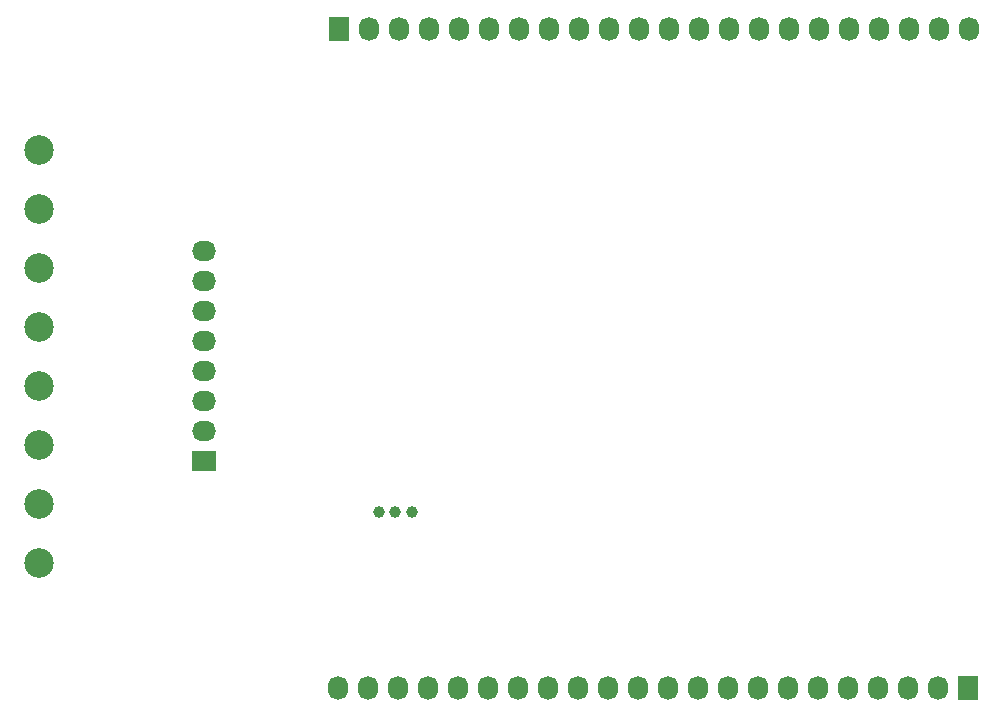
<source format=gbs>
%FSLAX34Y34*%
G04 Gerber Fmt 3.4, Leading zero omitted, Abs format*
G04 (created by PCBNEW (2014-jan-25)-product) date Wed 30 Apr 2014 08:12:59 PM MDT*
%MOIN*%
G01*
G70*
G90*
G04 APERTURE LIST*
%ADD10C,0.003937*%
%ADD11C,0.039370*%
%ADD12R,0.068000X0.080000*%
%ADD13O,0.068000X0.080000*%
%ADD14R,0.080000X0.068000*%
%ADD15O,0.080000X0.068000*%
%ADD16C,0.098425*%
G04 APERTURE END LIST*
G54D10*
G54D11*
X51357Y-50053D03*
X50806Y-50053D03*
X50255Y-50053D03*
G54D12*
X69889Y-55930D03*
G54D13*
X68889Y-55930D03*
X67889Y-55930D03*
X66889Y-55930D03*
X65889Y-55930D03*
X64889Y-55930D03*
X63889Y-55930D03*
X62889Y-55930D03*
X61889Y-55930D03*
X60889Y-55930D03*
X59889Y-55930D03*
X58889Y-55930D03*
X57889Y-55930D03*
X56889Y-55930D03*
X55889Y-55930D03*
X54889Y-55930D03*
X53889Y-55930D03*
X52889Y-55930D03*
X51889Y-55930D03*
X50889Y-55930D03*
X49889Y-55930D03*
X48889Y-55930D03*
G54D12*
X48929Y-33951D03*
G54D13*
X49929Y-33951D03*
X50929Y-33951D03*
X51929Y-33951D03*
X52929Y-33951D03*
X53929Y-33951D03*
X54929Y-33951D03*
X55929Y-33951D03*
X56929Y-33951D03*
X57929Y-33951D03*
X58929Y-33951D03*
X59929Y-33951D03*
X60929Y-33951D03*
X61929Y-33951D03*
X62929Y-33951D03*
X63929Y-33951D03*
X64929Y-33951D03*
X65929Y-33951D03*
X66929Y-33951D03*
X67929Y-33951D03*
X68929Y-33951D03*
X69929Y-33951D03*
G54D14*
X44429Y-48381D03*
G54D15*
X44429Y-47381D03*
X44429Y-46381D03*
X44429Y-45381D03*
X44429Y-44381D03*
X44429Y-43381D03*
X44429Y-42381D03*
X44429Y-41381D03*
G54D16*
X38917Y-37992D03*
X38917Y-39960D03*
X38917Y-41929D03*
X38917Y-43897D03*
X38917Y-51771D03*
X38917Y-49803D03*
X38917Y-47834D03*
X38917Y-45866D03*
M02*

</source>
